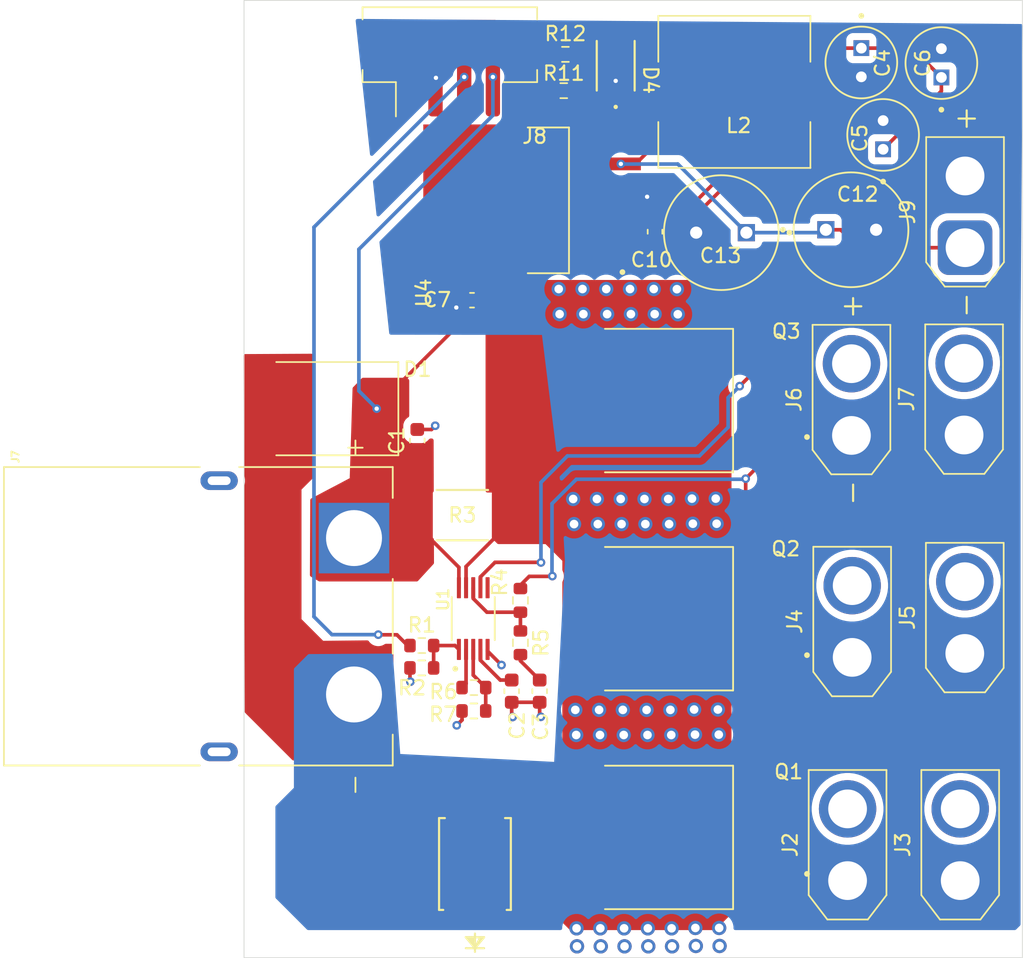
<source format=kicad_pcb>
(kicad_pcb (version 20241229) (generator "pcbnew") (generator_version "9.0")
  (layers (0 "F.Cu" signal) (4 "In1.Cu" signal) (6 "In2.Cu" signal) (2 "B.Cu" signal) (13 "F.Paste" user) (15 "B.Paste" user) (5 "F.SilkS" user "F.Silkscreen") (7 "B.SilkS" user "B.Silkscreen") (1 "F.Mask" user) (3 "B.Mask" user) (25 "Edge.Cuts" user))
  (net 0 "")
  (net 1 "/Switch_high")
  (net 2 "GND")
  (net 3 "Net-(U1-TIMER)")
  (net 4 "Net-(C3-Pad1)")
  (net 5 "/V_OUT")
  (net 6 "Net-(U1-EN)")
  (net 7 "Net-(U1-VREF)")
  (net 8 "Net-(U1-PROG)")
  (net 9 "Net-(Q1-Pad1)")
  (net 10 "Net-(U1-GATE)")
  (net 12 "/SENSE")
  (net 13 "/Switch_low")
  (net 14 "Net-(D4-A)")
  (net 15 "Net-(J8-Pin_1)")
  (net 16 "/5V")
  (net 17 "Net-(U4-CB)")
  (net 18 "Net-(U4-SWITCH_OUTPUT)")
  (footprint "Resistor_SMD:R_0603_1608Metric" (layer "F.Cu") (at 171.675 68.74)
    (property "Reference" "R1" (at 0 -1.43 0) (layer "F.SilkS"))
    (property "Value" "499k" (hide yes))
    (pad "1" smd roundrect (at -0.825 0) (size 0.8 0.95) (layers "F.Cu" "F.Mask" "F.Paste") (net 13 "/Switch_low"))
    (pad "2" smd roundrect (at 0.825 0) (size 0.8 0.95) (layers "F.Cu" "F.Mask" "F.Paste") (net 6 "Net-(U1-EN)"))
  )
  (footprint "Inductor_SMD:L_10.4x10.4_H4.8" (layer "F.Cu") (at 193.46 30.15 180)
    (property "Reference" "L2" (at -0.3 -2.35 0) (layer "F.SilkS"))
    (property "Value" "L" (hide yes))
    (pad "1" smd rect (at -4.15 0 180) (size 2.7 3.6) (layers "F.Cu" "F.Mask" "F.Paste") (net 18 "Net-(U4-SWITCH_OUTPUT)"))
    (pad "2" smd rect (at 4.15 0 180) (size 2.7 3.6) (layers "F.Cu" "F.Mask" "F.Paste") (net 16 "/5V"))
  )
  (footprint "TRANS_PSMN3R7-100BSEJ_:TRANS_PSMN3R7-100BSEJ" (layer "F.Cu") (at 190.0225 82.115 180)
    (property "Reference" "Q1" (at -7.22 4.58 0) (layer "F.SilkS"))
    (property "Value" "PSMN3R7-100BSEJ" (hide yes))
    (pad "1" smd rect (at -6.4 -2.54 180) (size 3.1 1.3) (layers "F.Cu") (net 9 "Net-(Q1-Pad1)"))
    (pad "3" smd rect (at -6.4 2.54 180) (size 3.1 1.3) (layers "F.Cu") (net 5 "/V_OUT"))
    (pad "MB" smd custom (at 3.8 0 180) (size 4 4) (layers "F.Cu") (net 12 "/SENSE") (options (clearance outline) (anchor rect)) (primitives (gr_poly (pts (xy -4.35 -3.75) (xy -4.35 3.75) (xy 2.1 3.75) (xy 2.1 5.3) (xy 4.35 5.3) (xy 4.35 -5.3) (xy 2.1 -5.3) (xy 2.1 -3.75)) (width 0.01) (fill yes))))
  )
  (footprint "Connector_AMASS:AMASS_XT30U-F_1x02_P5.0mm_Vertical" (layer "F.Cu") (at 209.4725 54.065 90)
    (property "Reference" "J7" (at 2.5 -4 90) (layer "F.SilkS"))
    (property "Value" "Conn_01x02_Pin" (hide yes))
    (pad "1" thru_hole roundrect (at 0 0 90) (size 3.8 3.8) (drill 2.7) (layers "*.Cu" "*.Mask") (roundrect_rratio 0.2) (net 2 "GND"))
    (pad "2" thru_hole circle (at 5 0 90) (size 4 4) (drill 2.7) (layers "*.Cu" "*.Mask") (net 5 "/V_OUT"))
  )
  (footprint "XT90PW-M_N:AMASS_XT90PW-M" (layer "F.Cu") (at 157.55 66.7 -90)
    (property "Reference" "J7" (at -11.12 14.2 90) (layer "F.SilkS") (effects (font (size 0.5 0.5) (thickness 0.125))))
    (property "Value" "XT90PW-M" (hide yes))
    (pad "N" thru_hole circle (at 5.45 -9.4 270) (size 4.916 4.916) (drill 3.9) (layers "*.Cu" "*.Mask") (net 2 "GND"))
    (pad "P" thru_hole rect (at -5.45 -9.4 270) (size 4.916 4.916) (drill 3.9) (layers "*.Cu" "*.Mask") (net 1 "/Switch_high"))
    (pad "S1" thru_hole oval (at -9.45 0 270) (size 1.3 2.6) (drill oval 0.6 1.6) (layers "*.Cu" "*.Mask"))
    (pad "S2" thru_hole oval (at 9.45 0 270) (size 1.3 2.6) (drill oval 0.6 1.6) (layers "*.Cu" "*.Mask"))
  )
  (footprint "150uf_cap:CAPPRD200W50D500H1100" (layer "F.Cu") (at 203.83 33.15 90)
    (property "Reference" "C5" (at -0.225 -1.625 90) (layer "F.SilkS"))
    (property "Value" "EEUFC1H150" (hide yes))
    (pad "N" thru_hole circle (at 1 0 90) (size 1.1 1.1) (drill 0.75) (layers "*.Cu" "*.Mask") (net 2 "GND"))
    (pad "P" thru_hole rect (at -1 0 90) (size 1.1 1.1) (drill 0.75) (layers "*.Cu" "*.Mask") (net 1 "/Switch_high"))
  )
  (footprint "Resistor_SMD:R_0603_1608Metric" (layer "F.Cu") (at 178.55 68.5475 -90)
    (property "Reference" "R5" (at 0 -1.43 90) (layer "F.SilkS"))
    (property "Value" "1k" (hide yes))
    (pad "1" smd roundrect (at -0.825 0 270) (size 0.8 0.95) (layers "F.Cu" "F.Mask" "F.Paste") (net 10 "Net-(U1-GATE)"))
    (pad "2" smd roundrect (at 0.825 0 270) (size 0.8 0.95) (layers "F.Cu" "F.Mask" "F.Paste") (net 4 "Net-(C3-Pad1)"))
  )
  (footprint "Library:DIODE_TO-277A" (layer "F.Cu") (at 175.38 83.967 180)
    (property "Reference" "D2" (hide yes))
    (property "Value" "D_Schottky")
    (pad "1" smd rect (at 1.0668 2.794 270) (size 1.4732 1.397) (layers "F.Cu" "F.Mask" "F.Paste") (net 5 "/V_OUT"))
    (pad "2" smd rect (at -1.0668 2.794 270) (size 1.4732 1.397) (layers "F.Cu" "F.Mask" "F.Paste") (net 2 "GND"))
    (pad "3" smd rect (at 0 -0.9271 270) (size 5.5118 3.7592) (layers "F.Cu" "F.Mask" "F.Paste"))
  )
  (footprint "Capacitor_SMD:C_0603_1608Metric" (layer "F.Cu") (at 179.89 71.92 -90)
    (property "Reference" "C3" (at 2.485 -0.06 90) (layer "F.SilkS"))
    (property "Value" "27nf 100v" (hide yes))
    (pad "1" smd roundrect (at -0.775 0 270) (size 0.9 0.95) (layers "F.Cu" "F.Mask" "F.Paste") (net 4 "Net-(C3-Pad1)"))
    (pad "2" smd roundrect (at 0.775 0 270) (size 0.9 0.95) (layers "F.Cu" "F.Mask" "F.Paste") (net 2 "GND"))
  )
  (footprint "Connector_AMASS:AMASS_XT30U-F_1x02_P5.0mm_Vertical" (layer "F.Cu") (at 209.5225 69.29 90)
    (property "Reference" "J5" (at 2.5 -4 90) (layer "F.SilkS"))
    (property "Value" "Conn_01x02_Pin" (hide yes))
    (pad "1" thru_hole roundrect (at 0 0 90) (size 3.8 3.8) (drill 2.7) (layers "*.Cu" "*.Mask") (roundrect_rratio 0.2) (net 2 "GND"))
    (pad "2" thru_hole circle (at 5 0 90) (size 4 4) (drill 2.7) (layers "*.Cu" "*.Mask") (net 5 "/V_OUT"))
  )
  (footprint "180uf_cap:CAPPRD350W60D800H1150" (layer "F.Cu") (at 201.59 39.76)
    (property "Reference" "C12" (at 0.4625 -2.475 0) (layer "F.SilkS"))
    (property "Value" "EEUFC1E181" (hide yes))
    (pad "N" thru_hole circle (at 1.75 0) (size 1.2 1.2) (drill 0.85) (layers "*.Cu" "*.Mask") (net 2 "GND"))
    (pad "P" thru_hole rect (at -1.75 0) (size 1.2 1.2) (drill 0.85) (layers "*.Cu" "*.Mask") (net 16 "/5V"))
  )
  (footprint "Resistor_SMD:R_0603_1608Metric" (layer "F.Cu") (at 181.57 30.063999 180)
    (property "Reference" "R11" (at 0 1.21 0) (layer "F.SilkS"))
    (property "Value" "1k" (hide yes))
    (pad "1" smd roundrect (at -0.825 0 180) (size 0.8 0.95) (layers "F.Cu" "F.Mask" "F.Paste") (net 16 "/5V"))
    (pad "2" smd roundrect (at 0.825 0 180) (size 0.8 0.95) (layers "F.Cu" "F.Mask" "F.Paste") (net 15 "Net-(J8-Pin_1)"))
  )
  (footprint "Capacitor_SMD:C_0603_1608Metric" (layer "F.Cu") (at 175.175 44.67 180)
    (property "Reference" "C7" (at 2.435 0.03 0) (layer "F.SilkS"))
    (property "Value" "C" (hide yes))
    (pad "1" smd roundrect (at -0.775 0 180) (size 0.9 0.95) (layers "F.Cu" "F.Mask" "F.Paste") (net 1 "/Switch_high"))
    (pad "2" smd roundrect (at 0.775 0 180) (size 0.9 0.95) (layers "F.Cu" "F.Mask" "F.Paste") (net 2 "GND"))
  )
  (footprint "LM2678S:TO127P1435X464-8N" (layer "F.Cu") (at 179.36 37.71 90)
    (property "Reference" "U4" (at -6.45 -7.55 90) (layer "F.SilkS"))
    (property "Value" "LM2678S-ADJ_NOPB" (hide yes))
    (pad "1" smd rect (at -3.81 6.19 90) (size 0.89 2.79) (layers "F.Cu" "F.Mask" "F.Paste") (net 18 "Net-(U4-SWITCH_OUTPUT)"))
    (pad "2" smd rect (at -2.54 6.19 90) (size 0.89 2.79) (layers "F.Cu" "F.Mask" "F.Paste") (net 1 "/Switch_high"))
    (pad "3" smd rect (at -1.27 6.19 90) (size 0.89 2.79) (layers "F.Cu" "F.Mask" "F.Paste") (net 17 "Net-(U4-CB)"))
    (pad "4" smd rect (at 0 6.19 90) (size 0.89 2.79) (layers "F.Cu" "F.Mask" "F.Paste") (net 2 "GND"))
    (pad "5" smd rect (at 1.27 6.19 90) (size 0.89 2.79) (layers "F.Cu" "F.Mask" "F.Paste"))
    (pad "6" smd rect (at 2.54 6.19 90) (size 0.89 2.79) (layers "F.Cu" "F.Mask" "F.Paste") (net 16 "/5V"))
    (pad "7" smd rect (at 3.81 6.19 90) (size 0.89 2.79) (layers "F.Cu" "F.Mask" "F.Paste"))
    (pad "8" smd rect (at 0 -4.16 90) (size 10.58 6.84) (layers "F.Cu" "F.Mask"))
  )
  (footprint "Connector_AMASS:AMASS_XT30U-F_1x02_P5.0mm_Vertical" (layer "F.Cu") (at 201.6225 54.095 90)
    (property "Reference" "J6" (at 2.5 -4 90) (layer "F.SilkS"))
    (property "Value" "Conn_01x02_Pin" (hide yes))
    (fp_text user "+" (at 9 0 90) (layer "F.SilkS") (effects (font (size 1.5 1.5))))
    (fp_text user "-" (at -4 0 90) (layer "F.SilkS") (effects (font (size 1.5 1.5))))
    (pad "1" thru_hole roundrect (at 0 0 90) (size 3.8 3.8) (drill 2.7) (layers "*.Cu" "*.Mask") (roundrect_rratio 0.2) (net 2 "GND"))
    (pad "2" thru_hole circle (at 5 0 90) (size 4 4) (drill 2.7) (layers "*.Cu" "*.Mask") (net 5 "/V_OUT"))
  )
  (footprint "180uf_cap:CAPPRD350W60D800H1150" (layer "F.Cu") (at 192.55 39.96 180)
    (property "Reference" "C13" (at 0.05 -1.6 0) (layer "F.SilkS"))
    (property "Value" "EEUFC1E181" (hide yes))
    (pad "N" thru_hole circle (at 1.75 0 180) (size 1.2 1.2) (drill 0.85) (layers "*.Cu" "*.Mask") (net 2 "GND"))
    (pad "P" thru_hole rect (at -1.75 0 180) (size 1.2 1.2) (drill 0.85) (layers "*.Cu" "*.Mask") (net 16 "/5V"))
  )
  (footprint "Resistor_SMD:R_0603_1608Metric" (layer "F.Cu") (at 175.305 71.67)
    (property "Reference" "R6" (at -2.125 0.29 0) (layer "F.SilkS"))
    (property "Value" "47k" (hide yes))
    (pad "1" smd roundrect (at -0.825 0) (size 0.8 0.95) (layers "F.Cu" "F.Mask" "F.Paste") (net 7 "Net-(U1-VREF)"))
    (pad "2" smd roundrect (at 0.825 0) (size 0.8 0.95) (layers "F.Cu" "F.Mask" "F.Paste") (net 8 "Net-(U1-PROG)"))
  )
  (footprint "Connector_AMASS:AMASS_XT30U-F_1x02_P5.0mm_Vertical" (layer "F.Cu") (at 201.3525 85.125 90)
    (property "Reference" "J2" (at 2.5 -4 90) (layer "F.SilkS"))
    (property "Value" "Conn_01x02_Pin" (hide yes))
    (pad "1" thru_hole roundrect (at 0 0 90) (size 3.8 3.8) (drill 2.7) (layers "*.Cu" "*.Mask") (roundrect_rratio 0.2) (net 2 "GND"))
    (pad "2" thru_hole circle (at 5 0 90) (size 4 4) (drill 2.7) (layers "*.Cu" "*.Mask") (net 5 "/V_OUT"))
  )
  (footprint "Resistor_SMD:R_0603_1608Metric" (layer "F.Cu") (at 171.675 70.3 180)
    (property "Reference" "R2" (at 0.68 -1.39 180) (layer "F.SilkS"))
    (property "Value" "140k" (hide yes))
    (pad "1" smd roundrect (at -0.825 0 180) (size 0.8 0.95) (layers "F.Cu" "F.Mask" "F.Paste") (net 6 "Net-(U1-EN)"))
    (pad "2" smd roundrect (at 0.825 0 180) (size 0.8 0.95) (layers "F.Cu" "F.Mask" "F.Paste") (net 2 "GND"))
  )
  (footprint "TRANS_PSMN3R7-100BSEJ_:TRANS_PSMN3R7-100BSEJ" (layer "F.Cu") (at 190.0225 51.665 180)
    (property "Reference" "Q3" (at -7.06 4.83 0) (layer "F.SilkS"))
    (property "Value" "PSMN3R7-100BSEJ" (hide yes))
    (pad "1" smd rect (at -6.4 -2.54 180) (size 3.1 1.3) (layers "F.Cu") (net 9 "Net-(Q1-Pad1)"))
    (pad "3" smd rect (at -6.4 2.54 180) (size 3.1 1.3) (layers "F.Cu") (net 5 "/V_OUT"))
    (pad "MB" smd custom (at 3.8 0 180) (size 4 4) (layers "F.Cu") (net 12 "/SENSE") (options (clearance outline) (anchor rect)) (primitives (gr_poly (pts (xy -4.35 -3.75) (xy -4.35 3.75) (xy 2.1 3.75) (xy 2.1 5.3) (xy 4.35 5.3) (xy 4.35 -5.3) (xy 2.1 -5.3) (xy 2.1 -3.75)) (width 0.01) (fill yes))))
  )
  (footprint "Connector_JST:JST_PH_B4B-PH-SM4-TB_1x04-1MP_P2.00mm_Vertical" (layer "F.Cu") (at 173.63 28.61)
    (property "Reference" "J8" (at 5.91 4.64 0) (layer "F.SilkS"))
    (property "Value" "Conn_01x04_Pin" (hide yes))
    (pad "1" smd roundrect (at -3 0.5) (size 1 5.5) (layers "F.Cu" "F.Mask" "F.Paste") (net 15 "Net-(J8-Pin_1)"))
    (pad "2" smd roundrect (at -1 0.5) (size 1 5.5) (layers "F.Cu" "F.Mask" "F.Paste") (net 2 "GND"))
    (pad "3" smd roundrect (at 1 0.5) (size 1 5.5) (layers "F.Cu" "F.Mask" "F.Paste") (net 13 "/Switch_low"))
    (pad "4" smd roundrect (at 3 0.5) (size 1 5.5) (layers "F.Cu" "F.Mask" "F.Paste") (net 1 "/Switch_high"))
    (pad "MP" smd roundrect (at -5.4 -1.75) (size 1.6 3) (layers "F.Cu" "F.Mask" "F.Paste") (roundrect_rratio 0.15625))
    (pad "MP" smd roundrect (at 5.4 -1.75) (size 1.6 3) (layers "F.Cu" "F.Mask" "F.Paste") (roundrect_rratio 0.15625))
  )
  (footprint "Connector_AMASS:AMASS_XT30U-F_1x02_P5.0mm_Vertical" (layer "F.Cu") (at 209.2025 85.125 90)
    (property "Reference" "J3" (at 2.5 -4 90) (layer "F.SilkS"))
    (property "Value" "Conn_01x02_Pin" (hide yes))
    (pad "1" thru_hole roundrect (at 0 0 90) (size 3.8 3.8) (drill 2.7) (layers "*.Cu" "*.Mask") (roundrect_rratio 0.2) (net 2 "GND"))
    (pad "2" thru_hole circle (at 5 0 90) (size 4 4) (drill 2.7) (layers "*.Cu" "*.Mask") (net 5 "/V_OUT"))
  )
  (footprint "Resistor_SMD:R_0603_1608Metric" (layer "F.Cu") (at 178.55 65.5925 -90)
    (property "Reference" "R4" (at -1.255 1.45 90) (layer "F.SilkS"))
    (property "Value" "10  ohm" (hide yes))
    (pad "1" smd roundrect (at -0.825 0 270) (size 0.8 0.95) (layers "F.Cu" "F.Mask" "F.Paste") (net 9 "Net-(Q1-Pad1)"))
    (pad "2" smd roundrect (at 0.825 0 270) (size 0.8 0.95) (layers "F.Cu" "F.Mask" "F.Paste") (net 10 "Net-(U1-GATE)"))
  )
  (footprint "Diode_SMD:D_SMC" (layer "F.Cu") (at 165.13 52.23 180)
    (property "Reference" "D1" (at -6.2425 2.74 180) (layer "F.SilkS"))
    (property "Value" "SMC5K51A-M3_I" (hide yes))
    (pad "1" smd roundrect (at -3.4 0 270) (size 3.3 2.5) (layers "F.Cu" "F.Mask" "F.Paste") (roundrect_rratio 0.1) (net 1 "/Switch_high"))
    (pad "2" smd roundrect (at 3.4 0 270) (size 3.3 2.5) (layers "F.Cu" "F.Mask" "F.Paste") (roundrect_rratio 0.1) (net 2 "GND"))
  )
  (footprint "Capacitor_SMD:C_0603_1608Metric" (layer "F.Cu") (at 187.93 39.895 -90)
    (property "Reference" "C10" (at 1.955 0.24 180) (layer "F.SilkS"))
    (property "Value" "C" (hide yes))
    (pad "1" smd roundrect (at -0.775 0 270) (size 0.9 0.95) (layers "F.Cu" "F.Mask" "F.Paste") (net 17 "Net-(U4-CB)"))
    (pad "2" smd roundrect (at 0.775 0 270) (size 0.9 0.95) (layers "F.Cu" "F.Mask" "F.Paste") (net 18 "Net-(U4-SWITCH_OUTPUT)"))
  )
  (footprint "WSLF25:RES_WSLF2512_VIS-M" (layer "F.Cu") (at 174.5 59.65)
    (property "Reference" "R3" (at 0 0 0) (layer "F.SilkS"))
    (property "Value" "WSLF2512L5000FEA" (hide yes))
    (pad "1" smd rect (at -2.8321 0) (size 1.4478 3.302) (layers "F.Cu" "F.Mask" "F.Paste") (net 1 "/Switch_high"))
    (pad "2" smd rect (at 2.8321 0) (size 1.4478 3.302) (layers "F.Cu" "F.Mask" "F.Paste") (net 12 "/SENSE"))
    (zone (net 0) (net_name "") (layer "F.Cu") (connect_pads (clearance 0)) (min_thickness 0.254)
      (keepout (tracks not_allowed) (vias not_allowed) (pads allowed) (copperpour not_allowed) (footprints allowed))
      (fill (thermal_gap 0.508) (thermal_bridge_width 0.508))
      (polygon (pts (xy 172.4426 58.0752) (xy 176.5574 58.0752) (xy 176.5574 61.2248) (xy 172.4426 61.2248)))
    )
  )
  (footprint "150uf_cap:CAPPRD200W50D500H1100" (layer "F.Cu") (at 202.31 28.1 -90)
    (property "Reference" "C4" (at 0.05 -1.475 90) (layer "F.SilkS"))
    (property "Value" "EEUFC1H150" (hide yes))
    (pad "N" thru_hole circle (at 1 0 270) (size 1.1 1.1) (drill 0.75) (layers "*.Cu" "*.Mask") (net 2 "GND"))
    (pad "P" thru_hole rect (at -1 0 270) (size 1.1 1.1) (drill 0.75) (layers "*.Cu" "*.Mask") (net 1 "/Switch_high"))
  )
  (footprint "TRANS_PSMN3R7-100BSEJ_:TRANS_PSMN3R7-100BSEJ" (layer "F.Cu") (at 190.0225 66.87 180)
    (property "Reference" "Q2" (at -7.02 4.87 0) (layer "F.SilkS"))
    (property "Value" "PSMN3R7-100BSEJ" (hide yes))
    (pad "1" smd rect (at -6.4 -2.54 180) (size 3.1 1.3) (layers "F.Cu") (net 9 "Net-(Q1-Pad1)"))
    (pad "3" smd rect (at -6.4 2.54 180) (size 3.1 1.3) (layers "F.Cu") (net 5 "/V_OUT"))
    (pad "MB" smd custom (at 3.8 0 180) (size 4 4) (layers "F.Cu") (net 12 "/SENSE") (options (clearance outline) (anchor rect)) (primitives (gr_poly (pts (xy -4.35 -3.75) (xy -4.35 3.75) (xy 2.1 3.75) (xy 2.1 5.3) (xy 4.35 5.3) (xy 4.35 -5.3) (xy 2.1 -5.3) (xy 2.1 -3.75)) (width 0.01) (fill yes))))
  )
  (footprint "150uf_cap:CAPPRD200W50D500H1100" (layer "F.Cu") (at 207.89 28.14 90)
    (property "Reference" "C6" (at 0 -1.3 90) (layer "F.SilkS"))
    (property "Value" "EEUFC1H150" (hide yes))
    (pad "N" thru_hole circle (at 1 0 90) (size 1.1 1.1) (drill 0.75) (layers "*.Cu" "*.Mask") (net 2 "GND"))
    (pad "P" thru_hole rect (at -1 0 90) (size 1.1 1.1) (drill 0.75) (layers "*.Cu" "*.Mask") (net 1 "/Switch_high"))
  )
  (footprint "Connector_AMASS:AMASS_XT30U-M_1x02_P5.0mm_Vertical" (layer "F.Cu") (at 209.54 41.01 90)
    (property "Reference" "J9" (at 2.5 -4 90) (layer "F.SilkS"))
    (property "Value" "Conn_01x02_Pin" (hide yes))
    (fp_text user "-" (at -4 0 90) (layer "F.SilkS") (effects (font (size 1.5 1.5))))
    (fp_text user "+" (at 9 0 90) (layer "F.SilkS") (effects (font (size 1.5 1.5))))
    (pad "1" thru_hole roundrect (at 0 0 90) (size 3.8 3.8) (drill 2.7) (layers "*.Cu" "*.Mask") (roundrect_rratio 0.2) (net 16 "/5V"))
    (pad "2" thru_hole circle (at 5 0 90) (size 3.8 3.8) (drill 2.7) (layers "*.Cu" "*.Mask") (net 2 "GND"))
  )
  (footprint "Capacitor_SMD:C_0603_1608Metric" (layer "F.Cu") (at 171.36 54.455 90)
    (property "Reference" "C1" (at 0 -1.43 90) (layer "F.SilkS"))
    (property "Value" "0.01uF 100V" (hide yes))
    (pad "1" smd roundrect (at -0.775 0 90) (size 0.9 0.95) (layers "F.Cu" "F.Mask" "F.Paste") (net 1 "/Switch_high"))
    (pad "2" smd roundrect (at 0.775 0 90) (size 0.9 0.95) (layers "F.Cu" "F.Mask" "F.Paste") (net 2 "GND"))
  )
  (footprint "Connector_AMASS:AMASS_XT30U-F_1x02_P5.0mm_Vertical" (layer "F.Cu") (at 201.6725 69.565 90)
    (property "Reference" "J4" (at 2.5 -4 90) (layer "F.SilkS"))
    (property "Value" "Conn_01x02_Pin" (hide yes))
    (pad "1" thru_hole roundrect (at 0 0 90) (size 3.8 3.8) (drill 2.7) (layers "*.Cu" "*.Mask") (roundrect_rratio 0.2) (net 2 "GND"))
    (pad "2" thru_hole circle (at 5 0 90) (size 4 4) (drill 2.7) (layers "*.Cu" "*.Mask") (net 5 "/V_OUT"))
  )
  (footprint "TPS2490DGSR_:SOP50P490X110-10N" (layer "F.Cu") (at 175.26 66.86 90)
    (property "Reference" "U1" (at 1.33 -2.1 90) (layer "F.SilkS") (effects (font (size 0.8 0.8))))
    (property "Value" "TPS2490DGSR" (hide yes))
    (pad "1" smd roundrect (at -2.15 -1 90) (size 1.47 0.28) (layers "F.Cu" "F.Mask" "F.Paste") (roundrect_rratio 0.125) (net 6 "Net-(U1-EN)"))
    (pad "2" smd roundrect (at -2.15 -0.5 90) (size 1.47 0.28) (layers "F.Cu" "F.Mask" "F.Paste") (roundrect_rratio 0.125) (net 7 "Net-(U1-VREF)"))
    (pad "3" smd roundrect (at -2.15 0 90) (size 1.47 0.28) (layers "F.Cu" "F.Mask" "F.Paste") (roundrect_rratio 0.125) (net 8 "Net-(U1-PROG)"))
    (pad "4" smd roundrect (at -2.15 0.5 90) (size 1.47 0.28) (layers "F.Cu" "F.Mask" "F.Paste") (roundrect_rratio 0.125) (net 3 "Net-(U1-TIMER)"))
    (pad "5" smd roundrect (at -2.15 1 90) (size 1.47 0.28) (layers "F.Cu" "F.Mask" "F.Paste") (roundrect_rratio 0.125) (net 2 "GND"))
    (pad "6" smd roundrect (at 2.15 1 90) (size 1.47 0.28) (layers "F.Cu" "F.Mask" "F.Paste") (roundrect_rratio 0.125))
    (pad "7" smd roundrect (at 2.15 0.5 90) (size 1.47 0.28) (layers "F.Cu" "F.Mask" "F.Paste") (roundrect_rratio 0.125) (net 5 "/V_OUT"))
    (pad "8" smd roundrect (at 2.15 0 90) (size 1.47 0.28) (layers "F.Cu" "F.Mask" "F.Paste") (roundrect_rratio 0.125) (net 10 "Net-(U1-GATE)"))
    (pad "9" smd roundrect (at 2.15 -0.5 90) (size 1.47 0.28) (layers "F.Cu" "F.Mask" "F.Paste") (roundrect_rratio 0.125) (net 12 "/SENSE"))
    (pad "10" smd roundrect (at 2.15 -1 90) (size 1.47 0.28) (layers "F.Cu" "F.Mask" "F.Paste") (roundrect_rratio 0.125) (net 1 "/Switch_high"))
  )
  (footprint "Resistor_SMD:R_0603_1608Metric" (layer "F.Cu") (at 181.685 27.533999 180)
    (property "Reference" "R12" (at 0 1.44 0) (layer "F.SilkS"))
    (property "Value" "R_US" (hide yes))
    (pad "1" smd roundrect (at -0.825 0 180) (size 0.8 0.95) (layers "F.Cu" "F.Mask" "F.Paste") (net 16 "/5V"))
    (pad "2" smd roundrect (at 0.825 0 180) (size 0.8 0.95) (layers "F.Cu" "F.Mask" "F.Paste") (net 14 "Net-(D4-A)"))
  )
  (footprint "Resistor_SMD:R_0603_1608Metric" (layer "F.Cu") (at 175.305 73.3 180)
    (property "Reference" "R7" (at 2.145 -0.24 180) (layer "F.SilkS"))
    (property "Value" "6.8k" (hide yes))
    (pad "1" smd roundrect (at -0.825 0 180) (size 0.8 0.95) (layers "F.Cu" "F.Mask" "F.Paste") (net 8 "Net-(U1-PROG)"))
    (pad "2" smd roundrect (at 0.825 0 180) (size 0.8 0.95) (layers "F.Cu" "F.Mask" "F.Paste") (net 2 "GND"))
  )
  (footprint "Capacitor_SMD:C_0603_1608Metric" (layer "F.Cu") (at 177.94 71.92 -90)
    (property "Reference" "C2" (at 2.395 -0.38 90) (layer "F.SilkS"))
    (property "Value" "10nF" (hide yes))
    (pad "1" smd roundrect (at -0.775 0 270) (size 0.9 0.95) (layers "F.Cu" "F.Mask" "F.Paste") (net 3 "Net-(U1-TIMER)"))
    (pad "2" smd roundrect (at 0.775 0 270) (size 0.9 0.95) (layers "F.Cu" "F.Mask" "F.Paste") (net 2 "GND"))
  )
  (footprint "APD32:APD3224ZGC-F01_KNB-M" (layer "F.Cu") (at 185.19 28.3279 90)
    (property "Reference" "D4" (at -0.993901 2.44 270) (layer "F.SilkS"))
    (property "Value" "LED" (hide yes))
    (pad "1" smd rect (at -1.053901 0 180) (size 1.8034 1.6002) (layers "F.Cu" "F.Mask" "F.Paste") (net 2 "GND"))
    (pad "2" smd rect (at 1.053901 0 180) (size 1.8034 1.6002) (layers "F.Cu" "F.Mask" "F.Paste") (net 14 "Net-(D4-A)"))
    (zone (net 0) (net_name "") (layer "F.Cu") (connect_pads (clearance 0)) (min_thickness 0.254)
      (keepout (tracks not_allowed) (vias not_allowed) (pads allowed) (copperpour not_allowed) (footprints allowed))
      (fill (thermal_gap 0.508) (thermal_bridge_width 0.508))
      (polygon (pts (xy 184.047 29.877101) (xy 184.047 26.778699) (xy 184.2375 26.778699) (xy 184.2375 29.877101)))
    )
    (zone (net 0) (net_name "") (layer "F.Cu") (connect_pads (clearance 0)) (min_thickness 0.254)
      (keepout (tracks not_allowed) (vias not_allowed) (pads allowed) (copperpour not_allowed) (footprints allowed))
      (fill (thermal_gap 0.508) (thermal_bridge_width 0.508))
      (polygon (pts (xy 184.2375 28.530901) (xy 184.2375 28.124899) (xy 186.1425 28.124899) (xy 186.1425 28.530901)))
    )
    (zone (net 0) (net_name "") (layer "F.Cu") (connect_pads (clearance 0)) (min_thickness 0.254)
      (keepout (tracks not_allowed) (vias not_allowed) (pads allowed) (copperpour not_allowed) (footprints allowed))
      (fill (thermal_gap 0.508) (thermal_bridge_width 0.508))
      (polygon (pts (xy 186.1425 29.877101) (xy 186.1425 26.778699) (xy 186.333 26.778699) (xy 186.333 29.877101)))
    )
  )
  (gr_rect (start 159.285 23.77) (end 213.535 90.5) (stroke (width 0.05)) (fill no) (layer "Edge.Cuts"))
  (segment (start 185.26 39.94) (end 186.51 39.94) (width 0.254) (layer "F.Cu") (net 1))
  (segment (start 185.8604 39.9396) (end 188.6104 39.9396) (width 0.254) (layer "F.Cu") (net 1))
  (segment (start 192.95 30.5) (end 196.35 27.1) (width 0.254) (layer "F.Cu") (net 1))
  (segment (start 203.83 34.15) (end 207.89 30.09) (width 0.254) (layer "F.Cu") (net 1))
  (segment (start 172.0179 59.68105) (end 172.0179 60.86895) (width 0.254) (layer "F.Cu") (net 1))
  (segment (start 175.95 44.67) (end 177.33 44.67) (width 0.254) (layer "F.Cu") (net 1))
  (segment (start 171.6679 60.6958) (end 174.26 63.2879) (width 0.254) (layer "F.Cu") (net 1))
  (segment (start 196.35 27.1) (end 202.31 27.1) (width 0.254) (layer "F.Cu") (net 1))
  (segment (start 182.06 39.94) (end 185.26 39.94) (width 0.254) (layer "F.Cu") (net 1))
  (segment (start 171.6679 59.65) (end 171.6679 60.6958) (width 0.254) (layer "F.Cu") (net 1))
  (segment (start 174.26 63.2879) (end 174.26 64.71) (width 0.254) (layer "F.Cu") (net 1))
  (segment (start 168.53 52.09) (end 175.95 44.67) (width 0.254) (layer "F.Cu") (net 1))
  (segment (start 188.6104 39.9396) (end 192.95 35.6) (width 0.254) (layer "F.Cu") (net 1))
  (segment (start 202.31 27.1) (end 205.85 27.1) (width 0.254) (layer "F.Cu") (net 1))
  (segment (start 177.33 44.67) (end 182.06 39.94) (width 0.254) (layer "F.Cu") (net 1))
  (segment (start 205.85 27.1) (end 207.89 29.14) (width 0.254) (layer "F.Cu") (net 1))
  (segment (start 168.53 52.23) (end 168.53 52.09) (width 0.254) (layer "F.Cu") (net 1))
  (segment (start 185.55 40.25) (end 185.8604 39.9396) (width 0.254) (layer "F.Cu") (net 1))
  (segment (start 192.95 35.6) (end 192.95 30.5) (width 0.254) (layer "F.Cu") (net 1))
  (segment (start 207.89 30.09) (end 207.89 29.14) (width 0.254) (layer "F.Cu") (net 1))
  (via (at 176.63 29.11) (size 0.6) (drill 0.3) (layers "F.Cu" "B.Cu") (net 1))
  (via (at 168.53 52.23) (size 0.6) (drill 0.3) (layers "F.Cu" "B.Cu") (net 1))
  (segment (start 176.63 31.78) (end 167.29 41.12) (width 0.254) (layer "B.Cu") (net 1))
  (segment (start 176.63 29.11) (end 176.63 31.78) (width 0.254) (layer "B.Cu") (net 1))
  (segment (start 167.29 50.99) (end 168.53 52.23) (width 0.254) (layer "B.Cu") (net 1))
  (segment (start 167.29 41.12) (end 167.29 50.99) (width 0.254) (layer "B.Cu") (net 1))
  (segment (start 179.89 73.63) (end 179.97 73.71) (width 0.254) (layer "F.Cu") (net 2))
  (segment (start 174.48 73.3) (end 174.48 73.93) (width 0.254) (layer "F.Cu") (net 2))
  (segment (start 185.32 37.46) (end 185.26 37.4) (width 0.254) (layer "F.Cu") (net 2))
  (segment (start 170.85 70.3) (end 170.85 71.23) (width 0.254) (layer "F.Cu") (net 2))
  (segment (start 170.85 71.23) (end 170.88 71.26) (width 0.254) (layer "F.Cu") (net 2))
  (segment (start 176.26 69.13) (end 177.23 70.1) (width 0.254) (layer "F.Cu") (net 2))
  (segment (start 171.36 53.68) (end 172.35 53.68) (width 0.254) (layer "F.Cu") (net 2))
  (segment (start 179.89 72.695) (end 179.89 73.63) (width 0.254) (layer "F.Cu") (net 2))
  (segment (start 176.26 69.01) (end 176.26 69.13) (width 0.254) (layer "F.Cu") (net 2))
  (segment (start 187.38 37.46) (end 185.32 37.46) (width 0.254) (layer "F.Cu") (net 2))
  (segment (start 177.94 72.695) (end 179.89 72.695) (width 0.254) (layer "F.Cu") (net 2))
  (segment (start 174.48 73.93) (end 174.11 74.3) (width 0.254) (layer "F.Cu") (net 2))
  (segment (start 177.94 73.47) (end 177.94 72.695) (width 0.254) (layer "F.Cu") (net 2))
  (segment (start 172.35 53.68) (end 172.61 53.42) (width 0.254) (layer "F.Cu") (net 2))
  (via (at 178.01 73.72) (size 0.6) (drill 0.3) (layers "F.Cu" "B.Cu") (net 2))
  (via (at 170.88 71.26) (size 0.6) (drill 0.3) (layers "F.Cu" "B.Cu") (net 2))
  (via (at 172.61 53.42) (size 0.6) (drill 0.3) (layers "F.Cu" "B.Cu") (net 2))
  (via (at 174.08 45.18) (size 0.6) (drill 0.3) (layers "F.Cu" "B.Cu") (net 2))
  (via (at 172.66 29.17) (size 0.6) (drill 0.3) (layers "F.Cu" "B.Cu") (net 2))
  (via (at 177.23 70.1) (size 0.6) (drill 0.3) (layers "F.Cu" "B.Cu") (net 2))
  (via (at 187.38 37.46) (size 0.6) (drill 0.3) (layers "F.Cu" "B.Cu") (net 2))
  (via (at 174.11 74.3) (size 0.6) (drill 0.3) (layers "F.Cu" "B.Cu") (net 2))
  (via (at 179.97 73.71) (size 0.6) (drill 0.3) (layers "F.Cu" "B.Cu") (net 2))
  (via (at 185.19 29.381801) (size 0.6) (drill 0.3) (layers "F.Cu" "B.Cu") (net 2))
  (segment (start 175.76 69.762014) (end 177.142986 71.145) (width 0.254) (layer "F.Cu") (net 3))
  (segment (start 177.142986 71.145) (end 177.94 71.145) (width 0.254) (layer "F.Cu") (net 3))
  (segment (start 175.76 69.01) (end 175.76 69.762014) (width 0.254) (layer "F.Cu") (net 3))
  (segment (start 178.55 69.805) (end 179.89 71.145) (width 0.254) (layer "F.Cu") (net 4))
  (segment (start 178.55 69.3725) (end 178.55 69.805) (width 0.254) (layer "F.Cu") (net 4))
  (segment (start 196.4225 49.125) (end 195.365 49.125) (width 0.254) (layer "F.Cu") (net 5))
  (segment (start 195.365 49.125) (end 193.83 50.66) (width 0.254) (layer "F.Cu") (net 5))
  (segment (start 179.97 62.94) (end 176.777986 62.94) (width 0.254) (layer "F.Cu") (net 5))
  (segment (start 176.777986 62.94) (end 175.76 63.957986) (width 0.254) (layer "F.Cu") (net 5))
  (segment (start 179.98 62.95) (end 179.97 62.94) (width 0.254) (layer "F.Cu") (net 5))
  (segment (start 175.76 63.957986) (end 175.76 64.71) (width 0.254) (layer "F.Cu") (net 5))
  (via (at 193.83 50.66) (size 0.6) (drill 0.3) (layers "F.Cu" "B.Cu") (net 5))
  (via (at 179.98 62.95) (size 0.6) (drill 0.3) (layers "F.Cu" "B.Cu") (net 5))
  (segment (start 181.825 55.525) (end 191.025 55.525) (width 0.254) (layer "B.Cu") (net 5))
  (segment (start 191.025 55.525) (end 193.025 53.525) (width 0.254) (layer "B.Cu") (net 5))
  (segment (start 179.98 62.95) (end 179.98 57.37) (width 0.254) (layer "B.Cu") (net 5))
  (segment (start 193.025 53.525) (end 193.025 51.465) (width 0.254) (layer "B.Cu") (net 5))
  (segment (start 179.98 57.37) (end 181.825 55.525) (width 0.254) (layer "B.Cu") (net 5))
  (segment (start 193.025 51.465) (end 193.83 50.66) (width 0.254) (layer "B.Cu") (net 5))
  (segment (start 193.84 50.67) (end 193.83 50.66) (width 0.254) (layer "B.Cu") (net 5))
  (segment (start 173.99 68.74) (end 174.26 69.01) (width 0.254) (layer "F.Cu") (net 6))
  (segment (start 172.5 68.74) (end 173.99 68.74) (width 0.254) (layer "F.Cu") (net 6))
  (segment (start 172.5 70.3) (end 172.5 68.74) (width 0.254) (layer "F.Cu") (net 6))
  (segment (start 174.76 71.39) (end 174.48 71.67) (width 0.254) (layer "F.Cu") (net 7))
  (segment (start 174.76 69.01) (end 174.76 71.39) (width 0.254) (layer "F.Cu") (net 7))
  (segment (start 175.26 70.8) (end 176.13 71.67) (width 0.254) (layer "F.Cu") (net 8))
  (segment (start 175.26 69.01) (end 175.26 70.8) (width 0.254) (layer "F.Cu") (net 8))
  (segment (start 176.13 73.3) (end 176.13 71.67) (width 0.254) (layer "F.Cu") (net 8))
  (segment (start 180.555 63.92) (end 179.1625 63.92) (width 0.254) (layer "F.Cu") (net 9))
  (segment (start 195.98 69.41) (end 194.23 71.16) (width 0.254) (layer "F.Cu") (net 9))
  (segment (start 178.55 64.5325) (end 178.55 64.7675) (width 0.254) (layer "F.Cu") (net 9))
  (segment (start 196.4225 54.9375) (end 194.25 57.11) (width 0.254) (layer "F.Cu") (net 9))
  (segment (start 194.23 71.16) (end 194.23 83.54) (width 0.254) (layer "F.Cu") (net 9))
  (segment (start 194.23 83.54) (end 195.345 84.655) (width 0.254) (layer "F.Cu") (net 9))
  (segment (start 196.4225 54.205) (end 196.4225 54.9375) (width 0.254) (layer "F.Cu") (net 9))
  (segment (start 194.25 57.11) (end 194.25 67.2375) (width 0.254) (layer "F.Cu") (net 9))
  (segment (start 180.575 63.9) (end 180.555 63.92) (width 0.254) (layer "F.Cu") (net 9))
  (segment (start 194.25 67.2375) (end 196.4225 69.41) (width 0.254) (layer "F.Cu") (net 9))
  (segment (start 180.775 63.9) (end 180.575 63.9) (width 0.254) (layer "F.Cu") (net 9))
  (segment (start 179.1625 63.92) (end 178.55 64.5325) (width 0.254) (layer "F.Cu") (net 9))
  (segment (start 195.345 84.655) (end 196.4225 84.655) (width 0.254) (layer "F.Cu") (net 9))
  (via (at 194.25 57.11) (size 0.6) (drill 0.3) (layers "F.Cu" "B.Cu") (net 9))
  (via (at 180.775 63.9) (size 0.6) (drill 0.3) (layers "F.Cu" "B.Cu") (net 9))
  (segment (start 180.775 63.9) (end 180.75 63.875) (width 0.254) (layer "B.Cu") (net 9))
  (segment (start 194.21 57.15) (end 194.25 57.11) (width 0.254) (layer "B.Cu") (net 9))
  (segment (start 180.75 63.875) (end 180.75 58.85) (width 0.254) (layer "B.Cu") (net 9))
  (segment (start 182.45 57.15) (end 194.21 57.15) (width 0.254) (layer "B.Cu") (net 9))
  (segment (start 180.75 58.85) (end 182.45 57.15) (width 0.254) (layer "B.Cu") (net 9))
  (segment (start 175.26 64.71) (end 175.26 65.462014) (width 0.254) (layer "F.Cu") (net 10))
  (segment (start 176.215486 66.4175) (end 178.1175 66.4175) (width 0.254) (layer "F.Cu") (net 10))
  (segment (start 175.26 65.462014) (end 176.215486 66.4175) (width 0.254) (layer "F.Cu") (net 10))
  (segment (start 178.55 66.4175) (end 178.55 67.7225) (width 0.254) (layer "F.Cu") (net 10))
  (segment (start 177.3321 59.65) (end 177.3321 60.66) (width 0.254) (layer "F.Cu") (net 12))
  (segment (start 177.3321 60.66) (end 174.76 63.2321) (width 0.254) (layer "F.Cu") (net 12))
  (segment (start 177.6821 59.68105) (end 177.6821 60.91895) (width 0.254) (layer "F.Cu") (net 12))
  (segment (start 174.76 63.2321) (end 174.76 64.71) (width 0.254) (layer "F.Cu") (net 12))
  (via (at 184.59375 45.64) (size 1) (drill 0.6) (layers "F.Cu" "B.Cu") (net 12))
  (via (at 192.43 89.68) (size 1) (drill 0.6) (layers "F.Cu" "B.Cu") (net 12))
  (via (at 187.84375 43.89) (size 1) (drill 0.6) (layers "F.Cu" "B.Cu") (net 12))
  (via (at 192.3125 73.2) (size 1) (drill 0.6) (layers "F.Cu" "B.Cu") (net 12))
  (via (at 187.90625 45.64) (size 1) (drill 0.6) (layers "F.Cu" "B.Cu") (net 12))
  (via (at 192.1625 58.5) (size 1) (drill 0.6) (layers "F.Cu" "B.Cu") (net 12))
  (via (at 182.4625 88.45) (size 1) (drill 0.6) (layers "F.Cu" "B.Cu") (net 12))
  (via (at 190.56875 60.25) (size 1) (drill 0.6) (layers "F.Cu" "B.Cu") (net 12))
  (via (at 185.775 88.45) (size 1) (drill 0.6) (layers "F.Cu" "B.Cu") (net 12))
  (via (at 189 73.225) (size 1) (drill 0.6) (layers "F.Cu" "B.Cu") (net 12))
  (via (at 185.6 60.275) (size 1) (drill 0.6) (layers "F.Cu" "B.Cu") (net 12))
  (via (at 190.65625 73.2) (size 1) (drill 0.6) (layers "F.Cu" "B.Cu") (net 12))
  (via (at 182.225 58.525) (size 1) (drill 0.6) (layers "F.Cu" "B.Cu") (net 12))
  (via (at 184.11875 88.45) (size 1) (drill 0.6) (layers "F.Cu" "B.Cu") (net 12))
  (via (at 185.6875 73.225) (size 1) (drill 0.6) (layers "F.Cu" "B.Cu") (net 12))
  (via (at 186.25 45.64) (size 1) (drill 0.6) (layers "F.Cu" "B.Cu") (net 12))
  (via (at 189.0625 74.975) (size 1) (drill 0.6) (layers "F.Cu" "B.Cu") (net 12))
  (via (at 183.94375 60.275) (size 1) (drill 0.6) (layers "F.Cu" "B.Cu") (net 12))
  (via (at 187.40625 74.975) (size 1) (drill 0.6) (layers "F.Cu" "B.Cu") (net 12))
  (via (at 181.21875 43.89) (size 1) (drill 0.6) (layers "F.Cu" "B.Cu") (net 12))
  (via (at 182.4925 89.705) (size 1) (drill 0.6) (layers "F.Cu" "B.Cu") (net 12))
  (via (at 190.77375 89.68) (size 1) (drill 0.6) (layers "F.Cu" "B.Cu") (net 12))
  (via (at 187.43125 88.45) (size 1) (drill 0.6) (layers "F.Cu" "B.Cu") (net 12))
  (via (at 184.09375 74.975) (size 1) (drill 0.6) (layers "F.Cu" "B.Cu") (net 12))
  (via (at 189.51875 45.65) (size 1) (drill 0.6) (layers "F.Cu" "B.Cu") (net 12))
  (via (at 182.9375 45.64) (size 1) (drill 0.6) (layers "F.Cu" "B.Cu") (net 12))
  (via (at 190.50625 58.5) (size 1) (drill 0.6) (layers "F.Cu" "B.Cu") (net 12))
  (via (at 188.85 58.525) (size 1) (drill 0.6) (layers "F.Cu" "B.Cu") (net 12))
  (via (at 181.28125 45.64) (size 1) (drill 0.6) (layers "F.Cu" "B.Cu") (net 12))
  (via (at 187.46125 89.705) (size 1) (drill 0.6) (layers "F.Cu" "B.Cu") (net 12))
  (via (at 189.45625 43.9) (size 1) (drill 0.6) (layers "F.Cu" "B.Cu") (net 12))
  (via (at 188.9125 60.275) (size 1) (drill 0.6) (layers "F.Cu" "B.Cu") (net 12))
  (via (at 182.4375 74.975) (size 1) (drill 0.6) (layers "F.Cu" "B.Cu") (net 12))
  (via (at 190.74375 88.425) (size 1) (drill 0.6) (layers "F.Cu" "B.Cu") (net 12))
  (via (at 183.88125 58.525) (size 1) (drill 0.6) (layers "F.Cu" "B.Cu") (net 12))
  (via (at 192.4 88.425) (size 1) (drill 0.6) (layers "F.Cu" "B.Cu") (net 12))
  (via (at 189.1175 89.705) (size 1) (drill 0.6) (layers "F.Cu" "B.Cu") (net 12))
  (via (at 187.34375 73.225) (size 1) (drill 0.6) (layers "F.Cu" "B.Cu") (net 12))
  (via (at 185.75 74.975) (size 1) (drill 0.6) (layers "F.Cu" "B.Cu") (net 12))
  (via (at 184.14875 89.705) (size 1) (drill 0.6) (layers "F.Cu" "B.Cu") (net 12))
  (via (at 192.225 60.25) (size 1) (drill 0.6) (layers "F.Cu" "B.Cu") (net 12))
  (via (at 182.875 43.89) (size 1) (drill 0.6) (layers "F.Cu" "B.Cu") (net 12))
  (via (at 182.375 73.225) (size 1) (drill 0.6) (layers "F.Cu" "B.Cu") (net 12))
  (via (at 187.25625 60.275) (size 1) (drill 0.6) (layers "F.Cu" "B.Cu") (net 12))
  (via (at 190.71875 74.95) (size 1) (drill 0.6) (layers "F.Cu" "B.Cu") (net 12))
  (via (at 189.0875 88.45) (size 1) (drill 0.6) (layers "F.Cu" "B.Cu") (net 12))
  (via (at 192.375 74.95) (size 1) (drill 0.6) (layers "F.Cu" "B.Cu") (net 12))
  (via (at 185.5375 58.525) (size 1) (drill 0.6) (layers "F.Cu" "B.Cu") (net 12))
  (via (at 185.805 89.705) (size 1) (drill 0.6) (layers "F.Cu" "B.Cu") (net 12))
  (via (at 182.2875 60.275) (size 1) (drill 0.6) (layers "F.Cu" "B.Cu") (net 12))
  (via (at 184.03125 73.225) (size 1) (drill 0.6) (layers "F.Cu" "B.Cu") (net 12))
  (via (at 187.19375 58.525) (size 1) (drill 0.6) (layers "F.Cu" "B.Cu") (net 12))
  (via (at 184.53125 43.89) (size 1) (drill 0.6) (layers "F.Cu" "B.Cu") (net 12))
  (via (at 186.1875 43.89) (size 1) (drill 0.6) (layers "F.Cu" "B.Cu") (net 12))
  (segment (start 170.69 68.74) (end 169.94 67.99) (width 0.254) (layer "F.Cu") (net 13))
  (segment (start 169.94 67.99) (end 168.65 67.99) (width 0.254) (layer "F.Cu") (net 13))
  (segment (start 170.85 68.74) (end 170.69 68.74) (width 0.254) (layer "F.Cu") (net 13))
  (segment (start 168.64 67.98) (end 168.59 67.93) (width 0.254) (layer "F.Cu") (net 13))
  (segment (start 168.65 67.99) (end 168.64 67.98) (width 0.254) (layer "F.Cu") (net 13))
  (via (at 174.63 29.11) (size 0.6) (drill 0.3) (layers "F.Cu" "B.Cu") (net 13))
  (via (at 168.64 67.98) (size 0.6) (drill 0.3) (layers "F.Cu" "B.Cu") (net 13))
  (segment (start 174.63 29.11) (end 164.16 39.58) (width 0.254) (layer "B.Cu") (net 13))
  (segment (start 165.41 67.98) (end 168.64 67.98) (width 0.254) (layer "B.Cu") (net 13))
  (segment (start 164.16 66.73) (end 165.41 67.98) (width 0.254) (layer "B.Cu") (net 13))
  (segment (start 164.16 39.58) (end 164.16 66.73) (width 0.254) (layer "B.Cu") (net 13))
  (segment (start 180.86 27.533999) (end 181.92 26.473999) (width 0.254) (layer "F.Cu") (net 14))
  (segment (start 184.39 26.473999) (end 185.19 27.273999) (width 0.254) (layer "F.Cu") (net 14))
  (segment (start 181.92 26.473999) (end 184.39 26.473999) (width 0.254) (layer "F.Cu") (net 14))
  (segment (start 179.676973 30.063999) (end 177.56 27.947026) (width 0.254) (layer "F.Cu") (net 15))
  (segment (start 177.56 26.04) (end 176.78 25.26) (width 0.254) (layer "F.Cu") (net 15))
  (segment (start 171.2 25.26) (end 170.63 25.83) (width 0.254) (layer "F.Cu") (net 15))
  (segment (start 180.745 30.063999) (end 179.676973 30.063999) (width 0.254) (layer "F.Cu") (net 15))
  (segment (start 176.78 25.26) (end 171.2 25.26) (width 0.254) (layer "F.Cu") (net 15))
  (segment (start 177.56 27.947026) (end 177.56 26.04) (width 0.254) (layer "F.Cu") (net 15))
  (segment (start 170.63 25.83) (end 170.63 29.11) (width 0.254) (layer "F.Cu") (net 15))
  (segment (start 200.87 39.76) (end 202.12 41.01) (width 0.254) (layer "F.Cu") (net 16))
  (segment (start 182.51 27.533999) (end 182.51 29.948999) (width 0.254) (layer "F.Cu") (net 16))
  (segment (start 186.58 35.17) (end 189.84 31.91) (width 0.254) (layer "F.Cu") (net 16))
  (segment (start 202.12 41.01) (end 209.54 41.01) (width 0.254) (layer "F.Cu") (net 16))
  (segment (start 189.84 31.91) (end 189.84 30.35) (width 0.254) (layer "F.Cu") (net 16))
  (segment (start 182.46 33.709) (end 183.921 35.17) (width 0.254) (layer "F.Cu") (net 16))
  (segment (start 183.921 35.17) (end 186.58 35.17) (width 0.254) (layer "F.Cu") (net 16))
  (segment (start 182.46 30.233999) (end 182.46 33.709) (width 0.254) (layer "F.Cu") (net 16))
  (segment (start 199.84 39.76) (end 200.87 39.76) (width 0.254) (layer "F.Cu") (net 16))
  (via (at 185.55 35.17) (size 0.6) (drill 0.3) (layers "F.Cu" "B.Cu") (net 16))
  (segment (start 185.56 35.18) (end 189.52 35.18) (width 0.254) (layer "B.Cu") (net 16))
  (segment (start 185.55 35.17) (end 185.56 35.18) (width 0.254) (layer "B.Cu") (net 16))
  (segment (start 199.64 39.96) (end 199.84 39.76) (width 0.254) (layer "B.Cu") (net 16))
  (segment (start 189.52 35.18) (end 194.3 39.96) (width 0.254) (layer "B.Cu") (net 16))
  (segment (start 194.3 39.96) (end 199.64 39.96) (width 0.254) (layer "B.Cu") (net 16))
  (segment (start 187.5 39) (end 187.66 38.84) (width 0.254) (layer "F.Cu") (net 17))
  (segment (start 185.59 39) (end 187.5 39) (width 0.254) (layer "F.Cu") (net 17))
  (segment (start 185.26 38.67) (end 185.59 39) (width 0.254) (layer "F.Cu") (net 17))
  (segment (start 188.754926 40.76) (end 198.14 31.374926) (width 0.254) (layer "F.Cu") (net 18))
  (segment (start 187.29 41.52) (end 188.05 40.76) (width 0.254) (layer "F.Cu") (net 18))
  (segment (start 198.14 31.374926) (end 198.14 30.35) (width 0.254) (layer "F.Cu") (net 18))
  (segment (start 188.05 40.76) (end 188.754926 40.76) (width 0.254) (layer "F.Cu") (net 18))
  (segment (start 185.57 41.52) (end 187.29 41.52) (width 0.254) (layer "F.Cu") (net 18))
  (segment (start 185.26 41.21) (end 185.57 41.52) (width 0.254) (layer "F.Cu") (net 18))
  (zone (net 1) (net_name "/Switch_high") (layer "F.Cu") (priority 4) (connect_pads yes (clearance 0.5)) (min_thickness 0.25) (fill yes (thermal_gap 0.5) (thermal_bridge_width 0.5))
    (polygon (pts (xy 167.525 50.075) (xy 170.65 50.075) (xy 170.8 50.225) (xy 170.8 53.95) (xy 171.225 54.375) (xy 172.45 54.3) (xy 172.5 54.425) (xy 172.525 63.025) (xy 171.375 64.275) (xy 164.525 64.275) (xy 163.875 63.9) (xy 163.9 58.525) (xy 166.65 57.075) (xy 166.85 50.775)))
  )
  (zone (net 12) (net_name "/SENSE") (layer "F.Cu") (priority 1) (connect_pads yes (clearance 0.5)) (min_thickness 0.25) (fill yes (thermal_gap 0.5) (thermal_bridge_width 0.5))
    (polygon (pts (xy 176.12 46.28) (xy 179.14 43.26) (xy 191.38 43.26) (xy 193.26 45.14) (xy 193.26 87.44) (xy 191.61 89.09) (xy 182.52 89.09) (xy 181.47 88.04) (xy 181.47 62.84) (xy 180.3 61.67) (xy 176.97 61.67) (xy 176.12 60.82)))
  )
  (zone (net 2) (net_name "GND") (layer "F.Cu") (priority 3) (connect_pads yes (clearance 0.5)) (min_thickness 0.25) (fill yes (thermal_gap 0.5) (thermal_bridge_width 0.5))
    (polygon (pts (xy 164.105 48.4) (xy 164.105 57.055) (xy 163.29 57.87) (xy 163.29 66.9) (xy 164.8 68.41) (xy 169.7 68.36) (xy 169.68 75.42) (xy 168.35 76.75) (xy 162.68 76.75) (xy 159.335122 73.405122) (xy 159.275 51.775) (xy 159.25 48.425)))
  )
  (zone (net 2) (net_name "GND") (layer "B.Cu") (priority 2) (connect_pads yes (clearance 0.5)) (min_thickness 0.25) (fill yes (thermal_gap 0.5) (thermal_bridge_width 0.5))
    (polygon (pts (xy 162.76 78.655) (xy 161.47 79.945) (xy 161.47 86.335) (xy 164.82 89.685) (xy 211.95 89.685) (xy 213.41 88.225) (xy 213.41 46.895) (xy 213.56 25.42) (xy 167.05 25.06) (xy 169.414568 47.075077) (xy 180.05 47.09) (xy 181.46 58.46) (xy 181.55 61.04) (xy 181.65 62.825) (xy 180.9 76.85) (xy 170.175 76.3) (xy 169.65 69.3) (xy 163.77 69.335) (xy 162.76 70.345) (xy 162.76 70.905)))
  )
)
</source>
